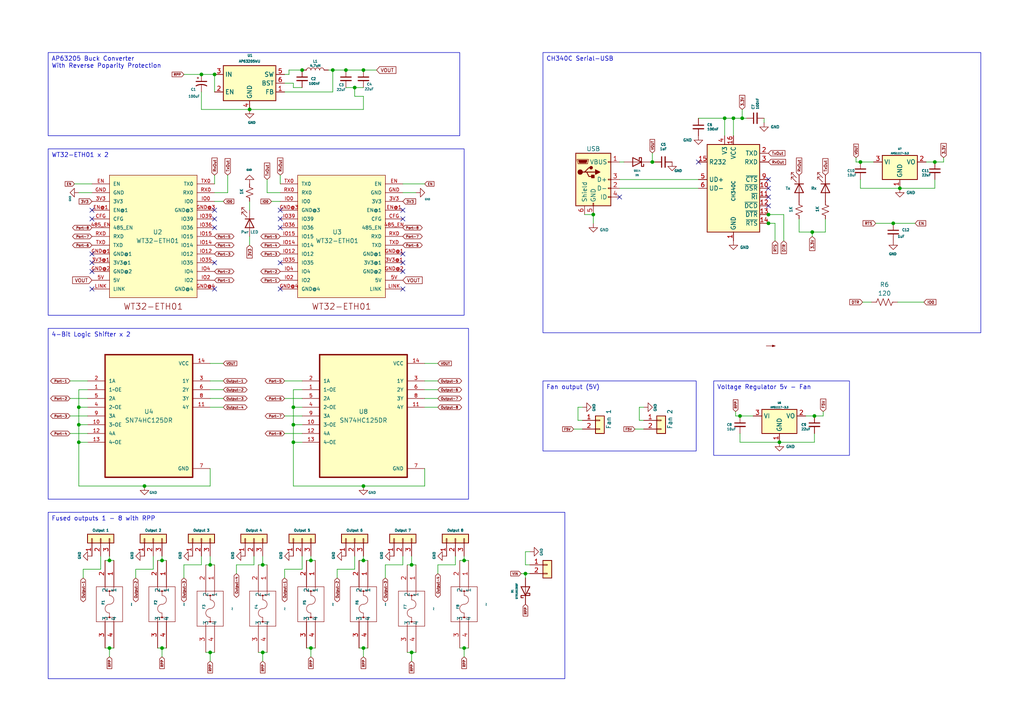
<source format=kicad_sch>
(kicad_sch (version 20230121) (generator eeschema)
  (paper "A4")
  (title_block (title "8-Output WT32-ETH01 Combination Board") (date "2023-10-20") (rev "1") (company "Creative xLights"))
  (lib_symbols
    (symbol "Connector:USB_B_Micro" (pin_names (offset 1.016))
      (property "Reference" "J" (at -5.08 11.43 0))
      (property "Value" "USB_B_Micro" (at -5.08 8.89 0))
      (symbol "USB_B_Micro_1_1"
        (pin power_out line (at 7.62 5.08 180) (length 2.54) (name "VBUS") (number "1"))
        (pin bidirectional line (at 7.62 -2.54 180) (length 2.54) (name "D-") (number "2"))
        (pin bidirectional line (at 7.62 0 180) (length 2.54) (name "D+") (number "3"))
        (pin passive line (at 7.62 -5.08 180) (length 2.54) (name "ID") (number "4"))
        (pin power_out line (at 0 -10.16 90) (length 2.54) (name "GND") (number "5"))
        (pin passive line (at -2.54 -10.16 90) (length 2.54) (name "Shield") (number "6"))
      )
    )
    (symbol "Connector_Generic:Conn_01x02" (pin_names (offset 1.016) hide)
      (property "Reference" "J" (at 0 2.54 0))
      (property "Value" "Conn_01x02" (at 0 -5.08 0))
      (symbol "Conn_01x02_1_1"
        (pin passive line (at -5.08 0 0) (length 3.81) (name "Pin_1") (number "1"))
        (pin passive line (at -5.08 -2.54 0) (length 3.81) (name "Pin_2") (number "2"))
      )
    )
    (symbol "Connector_Generic:Conn_01x03" (pin_names (offset 1.016) hide)
      (property "Reference" "J" (at 0 5.08 0))
      (property "Value" "Conn_01x03" (at 0 -5.08 0))
      (symbol "Conn_01x03_1_1"
        (pin passive line (at -5.08 2.54 0) (length 3.81) (name "Pin_1") (number "1"))
        (pin passive line (at -5.08 0 0) (length 3.81) (name "Pin_2") (number "2"))
        (pin passive line (at -5.08 -2.54 0) (length 3.81) (name "Pin_3") (number "3"))
      )
    )
    (symbol "Device:C_Polarized_Small_US" (pin_numbers hide) (pin_names (offset 0.254) hide)
      (property "Reference" "C" (at 0.254 1.778 0))
      (property "Value" "C_Polarized_Small_US" (at 0.254 -2.032 0))
      (symbol "C_Polarized_Small_US_1_1"
        (pin passive line (at 0 2.54 270) (length 2.032) (name "~") (number "1"))
        (pin passive line (at 0 -2.54 90) (length 2.032) (name "~") (number "2"))
      )
    )
    (symbol "Device:C_Small" (pin_numbers hide) (pin_names (offset 0.254) hide)
      (property "Reference" "C" (at 0.254 1.778 0))
      (property "Value" "C_Small" (at 0.254 -2.032 0))
      (symbol "C_Small_1_1"
        (pin passive line (at 0 2.54 270) (length 2.032) (name "~") (number "1"))
        (pin passive line (at 0 -2.54 90) (length 2.032) (name "~") (number "2"))
      )
    )
    (symbol "Device:L" (pin_numbers hide) (pin_names (offset 1.016) hide)
      (property "Reference" "L" (at -1.27 0 90))
      (property "Value" "L" (at 1.905 0 90))
      (symbol "L_1_1"
        (pin passive line (at 0 3.81 270) (length 1.27) (name "1") (number "1"))
        (pin passive line (at 0 -3.81 90) (length 1.27) (name "2") (number "2"))
      )
    )
    (symbol "Device:LED" (pin_numbers hide) (pin_names (offset 1.016) hide)
      (property "Reference" "D" (at 0 2.54 0))
      (property "Value" "LED" (at 0 -2.54 0))
      (symbol "LED_1_1"
        (pin passive line (at -3.81 0 0) (length 2.54) (name "K") (number "1"))
        (pin passive line (at 3.81 0 180) (length 2.54) (name "A") (number "2"))
      )
    )
    (symbol "Device:R_Small_US" (pin_numbers hide) (pin_names (offset 0.254) hide)
      (property "Reference" "R" (at 0.762 0.508 0))
      (property "Value" "R_Small_US" (at 0.762 -1.016 0))
      (symbol "R_Small_US_1_1"
        (pin passive line (at 0 2.54 270) (length 1.016) (name "~") (number "1"))
        (pin passive line (at 0 -2.54 90) (length 1.016) (name "~") (number "2"))
      )
    )
    (symbol "Device:R_US" (pin_numbers hide) (pin_names (offset 0))
      (property "Reference" "R" (at 2.54 0 90))
      (property "Value" "R_US" (at -2.54 0 90))
      (symbol "R_US_1_1"
        (pin passive line (at 0 3.81 270) (length 1.27) (name "~") (number "1"))
        (pin passive line (at 0 -3.81 90) (length 1.27) (name "~") (number "2"))
      )
    )
    (symbol "Diode:1N5711UR" (pin_numbers hide) (pin_names (offset 1.016) hide)
      (property "Reference" "D" (at 0 2.54 0))
      (property "Value" "1N5711UR" (at 0 -2.54 0))
      (symbol "1N5711UR_1_1"
        (pin passive line (at -3.81 0 0) (length 2.54) (name "K") (number "1"))
        (pin passive line (at 3.81 0 180) (length 2.54) (name "A") (number "2"))
      )
    )
    (symbol "Graphic:SYM_Arrow_Tiny" (in_bom no) (on_board no))
    (symbol "Interface_USB:CH340C"
      (property "Reference" "U" (at -5.08 13.97 0))
      (property "Value" "CH340C" (at 1.27 13.97 0))
      (symbol "CH340C_1_1"
        (pin power_in line (at 0 -15.24 90) (length 2.54) (name "GND") (number "1"))
        (pin input line (at 10.16 0 180) (length 2.54) (name "~{DSR}") (number "10"))
        (pin input line (at 10.16 -2.54 180) (length 2.54) (name "~{RI}") (number "11"))
        (pin input line (at 10.16 -5.08 180) (length 2.54) (name "~{DCD}") (number "12"))
        (pin output line (at 10.16 -7.62 180) (length 2.54) (name "~{DTR}") (number "13"))
        (pin output line (at 10.16 -10.16 180) (length 2.54) (name "~{RTS}") (number "14"))
        (pin input line (at -10.16 7.62 0) (length 2.54) (name "R232") (number "15"))
        (pin power_in line (at 0 15.24 270) (length 2.54) (name "VCC") (number "16"))
        (pin output line (at 10.16 10.16 180) (length 2.54) (name "TXD") (number "2"))
        (pin input line (at 10.16 7.62 180) (length 2.54) (name "RXD") (number "3"))
        (pin passive line (at -2.54 15.24 270) (length 2.54) (name "V3") (number "4"))
        (pin bidirectional line (at -10.16 2.54 0) (length 2.54) (name "UD+") (number "5"))
        (pin bidirectional line (at -10.16 0 0) (length 2.54) (name "UD-") (number "6"))
        (pin no_connect line (at -7.62 -7.62 0) (length 2.54) hide (name "NC") (number "7"))
        (pin no_connect line (at -7.62 -10.16 0) (length 2.54) hide (name "NC") (number "8"))
        (pin input line (at 10.16 2.54 180) (length 2.54) (name "~{CTS}") (number "9"))
      )
    )
    (symbol "Regulator_Linear:AMS1117-3.3"
      (property "Reference" "U" (at -3.81 3.175 0))
      (property "Value" "AMS1117-3.3" (at 0 3.175 0))
      (symbol "AMS1117-3.3_1_1"
        (pin power_in line (at 0 -7.62 90) (length 2.54) (name "GND") (number "1"))
        (pin power_out line (at 7.62 0 180) (length 2.54) (name "VO") (number "2"))
        (pin power_in line (at -7.62 0 0) (length 2.54) (name "VI") (number "3"))
      )
    )
    (symbol "Regulator_Switching:AP63205WU"
      (property "Reference" "U" (at -7.62 6.35 0))
      (property "Value" "AP63205WU" (at 2.54 6.35 0))
      (symbol "AP63205WU_1_1"
        (pin input line (at 10.16 -2.54 180) (length 2.54) (name "FB") (number "1"))
        (pin input line (at -10.16 -2.54 0) (length 2.54) (name "EN") (number "2"))
        (pin power_in line (at -10.16 2.54 0) (length 2.54) (name "IN") (number "3"))
        (pin power_in line (at 0 -7.62 90) (length 2.54) (name "GND") (number "4"))
        (pin output line (at 10.16 2.54 180) (length 2.54) (name "SW") (number "5"))
        (pin passive line (at 10.16 0 180) (length 2.54) (name "BST") (number "6"))
      )
    )
    (symbol "SN74HC125DR:SN74HC125DR" (pin_names (offset 1.016))
      (property "Reference" "U" (at -12.7 18.78 0))
      (property "Value" "SN74HC125DR" (at -12.7 -21.78 0))
      (symbol "SN74HC125DR_0_0"
        (pin input line (at -17.78 7.62 0) (length 5.08) (name "1~OE") (number "1"))
        (pin input line (at -17.78 -2.54 0) (length 5.08) (name "3~OE") (number "10"))
        (pin output line (at 17.78 2.54 180) (length 5.08) (name "4Y") (number "11"))
        (pin input line (at -17.78 -5.08 0) (length 5.08) (name "4A") (number "12"))
        (pin input line (at -17.78 -7.62 0) (length 5.08) (name "4~OE") (number "13"))
        (pin power_in line (at 17.78 15.24 180) (length 5.08) (name "VCC") (number "14"))
        (pin input line (at -17.78 10.16 0) (length 5.08) (name "1A") (number "2"))
        (pin output line (at 17.78 10.16 180) (length 5.08) (name "1Y") (number "3"))
        (pin input line (at -17.78 2.54 0) (length 5.08) (name "2~OE") (number "4"))
        (pin input line (at -17.78 5.08 0) (length 5.08) (name "2A") (number "5"))
        (pin output line (at 17.78 7.62 180) (length 5.08) (name "2Y") (number "6"))
        (pin power_in line (at 17.78 -15.24 180) (length 5.08) (name "GND") (number "7"))
        (pin output line (at 17.78 5.08 180) (length 5.08) (name "3Y") (number "8"))
        (pin input line (at -17.78 0 0) (length 5.08) (name "3A") (number "9"))
      )
    )
    (symbol "WT32-ETH-Fuse-Symb:MCCQ-122" (pin_names (offset 0.254))
      (property "Reference" "F" (at 12.7 7.62 0))
      (property "Value" "MCCQ-122" (at 12.7 5.08 0))
      (symbol "MCCQ-122_0_1"
        (pin unspecified line (at 0 0 0) (length 7.62) (name "1") (number "1"))
        (pin unspecified line (at 0 -2.54 0) (length 7.62) (name "2") (number "2"))
        (pin unspecified line (at 25.4 -2.54 180) (length 7.62) (name "3") (number "3"))
        (pin unspecified line (at 25.4 0 180) (length 7.62) (name "4") (number "4"))
      )
    )
    (symbol "WT32-ETH01:WT32-ETH01" (pin_names (offset 1.016))
      (property "Reference" "U" (at 0 0 0))
      (property "Value" "WT32-ETH01" (at 0 0 0))
      (symbol "WT32-ETH01_0_0"
        (text "WT32-ETH01" (at 0 -20.32 0) (effects (font (size 1.778 1.778))))
        (pin bidirectional line (at -17.78 10.16 0) (length 5.08) (name "3V3") (number "3V3"))
        (pin bidirectional line (at -17.78 -7.62 0) (length 5.08) (name "3V3@1") (number "3V3@1"))
        (pin bidirectional line (at -17.78 2.54 0) (length 5.08) (name "485_EN") (number "485_EN"))
        (pin bidirectional line (at -17.78 -12.7 0) (length 5.08) (name "5V") (number "5V"))
        (pin bidirectional line (at -17.78 5.08 0) (length 5.08) (name "CFG") (number "CFG"))
        (pin bidirectional line (at -17.78 15.24 0) (length 5.08) (name "EN") (number "EN"))
        (pin bidirectional line (at -17.78 7.62 0) (length 5.08) (name "EN@1") (number "EN@1"))
        (pin bidirectional line (at -17.78 12.7 0) (length 5.08) (name "GND") (number "GND"))
        (pin bidirectional line (at -17.78 -5.08 0) (length 5.08) (name "GND@1") (number "GND@1"))
        (pin bidirectional line (at -17.78 -10.16 0) (length 5.08) (name "GND@2") (number "GND@2"))
        (pin bidirectional line (at 17.78 7.62 180) (length 5.08) (name "GND@3") (number "GND@3"))
        (pin bidirectional line (at 17.78 -15.24 180) (length 5.08) (name "GND@4") (number "GND@4"))
        (pin bidirectional line (at 17.78 10.16 180) (length 5.08) (name "IO0") (number "IO0"))
        (pin bidirectional line (at 17.78 -5.08 180) (length 5.08) (name "IO12") (number "IO12"))
        (pin bidirectional line (at 17.78 -2.54 180) (length 5.08) (name "IO14") (number "IO14"))
        (pin bidirectional line (at 17.78 0 180) (length 5.08) (name "IO15") (number "IO15"))
        (pin bidirectional line (at 17.78 -12.7 180) (length 5.08) (name "IO2") (number "IO2"))
        (pin bidirectional line (at 17.78 -7.62 180) (length 5.08) (name "IO35") (number "IO35"))
        (pin bidirectional line (at 17.78 2.54 180) (length 5.08) (name "IO36") (number "IO36"))
        (pin bidirectional line (at 17.78 5.08 180) (length 5.08) (name "IO39") (number "IO39"))
        (pin bidirectional line (at 17.78 -10.16 180) (length 5.08) (name "IO4") (number "IO4"))
        (pin bidirectional line (at -17.78 -15.24 0) (length 5.08) (name "LINK") (number "LINK"))
        (pin bidirectional line (at 17.78 12.7 180) (length 5.08) (name "RX0") (number "RX0"))
        (pin bidirectional line (at -17.78 0 0) (length 5.08) (name "RXD") (number "RXD"))
        (pin bidirectional line (at 17.78 15.24 180) (length 5.08) (name "TX0") (number "TX0"))
        (pin bidirectional line (at -17.78 -2.54 0) (length 5.08) (name "TXD") (number "TXD"))
      )
    )
    (symbol "power:GND" (power) (pin_names (offset 0))
      (property "Value" "GND" (at 0 -3.81 0))
      (symbol "GND_1_1"
        (pin power_in line (at 0 0 270) (length 0) hide (name "GND") (number "1"))
      )
    )
  )
  (junction (at 60.96 163.83))
  (junction (at 235.585 67.31))
  (junction (at 31.75 187.96))
  (junction (at 259.08 64.77))
  (junction (at 60.96 189.23))
  (junction (at 22.86 123.19))
  (junction (at 210.185 34.29))
  (junction (at 105.41 162.56))
  (junction (at 222.885 64.77))
  (junction (at 22.86 118.11))
  (junction (at 90.17 187.96))
  (junction (at 105.41 20.32))
  (junction (at 152.4 166.37))
  (junction (at 31.75 162.56))
  (junction (at 96.52 20.32))
  (junction (at 72.39 31.75))
  (junction (at 76.2 163.83))
  (junction (at 189.2035 46.99))
  (junction (at 236.22 120.65))
  (junction (at 46.99 162.56))
  (junction (at 62.23 21.59))
  (junction (at 85.09 128.27))
  (junction (at 249.555 46.99))
  (junction (at 46.99 187.96))
  (junction (at 172.085 62.23))
  (junction (at 85.09 118.11))
  (junction (at 105.41 187.96))
  (junction (at 85.09 123.19))
  (junction (at 41.91 140.97))
  (junction (at 58.42 21.59))
  (junction (at 134.62 187.96))
  (junction (at 90.17 162.56))
  (junction (at 212.725 34.29))
  (junction (at 222.885 62.23))
  (junction (at 87.63 20.32))
  (junction (at 76.2 189.23))
  (junction (at 226.06 128.27))
  (junction (at 215.265 34.29))
  (junction (at 102.87 25.4))
  (junction (at 260.985 54.61))
  (junction (at 105.41 140.97))
  (junction (at 119.38 163.83))
  (junction (at 22.86 128.27))
  (junction (at 119.38 189.23))
  (junction (at 100.33 20.32))
  (junction (at 214.63 120.65))
  (junction (at 134.62 162.56))
  (junction (at 271.145 46.99))
  (no_connect (at 26.67 63.5))
  (no_connect (at 116.84 76.2))
  (no_connect (at 116.84 78.74))
  (no_connect (at 26.67 73.66))
  (no_connect (at 62.23 66.04))
  (no_connect (at 62.23 76.2))
  (no_connect (at 116.84 63.5))
  (no_connect (at 179.705 57.15))
  (no_connect (at 26.67 76.2))
  (no_connect (at 202.565 46.99))
  (no_connect (at 81.28 63.5))
  (no_connect (at 222.885 57.15))
  (no_connect (at 62.23 83.82))
  (no_connect (at 62.23 63.5))
  (no_connect (at 26.67 60.96))
  (no_connect (at 116.84 73.66))
  (no_connect (at 81.28 60.96))
  (no_connect (at 222.885 54.61))
  (no_connect (at 81.28 76.2))
  (no_connect (at 116.84 83.82))
  (no_connect (at 26.67 83.82))
  (no_connect (at 222.885 52.07))
  (no_connect (at 116.84 60.96))
  (no_connect (at 62.23 60.96))
  (no_connect (at 81.28 83.82))
  (no_connect (at 26.67 78.74))
  (no_connect (at 81.28 66.04))
  (no_connect (at 222.885 59.69))
  (wire (pts (xy 77.47 52.07) (xy 77.47 55.88)))
  (wire (pts (xy 82.55 24.13) (xy 85.09 24.13)))
  (wire (pts (xy 123.19 113.03) (xy 127 113.03)))
  (wire (pts (xy 85.09 24.13) (xy 85.09 25.4)))
  (wire (pts (xy 104.14 162.56) (xy 105.41 162.56)))
  (wire (pts (xy 45.72 187.96) (xy 46.99 187.96)))
  (wire (pts (xy 87.63 161.29) (xy 87.63 165.1)))
  (wire (pts (xy 39.37 165.1) (xy 39.37 167.64)))
  (wire (pts (xy 72.39 68.58) (xy 72.39 71.12)))
  (wire (pts (xy 85.09 118.11) (xy 85.09 123.19)))
  (wire (pts (xy 82.55 165.1) (xy 82.55 167.64)))
  (wire (pts (xy 90.17 187.96) (xy 90.17 190.5)))
  (wire (pts (xy 104.14 187.96) (xy 105.41 187.96)))
  (wire (pts (xy 179.705 46.99) (xy 180.975 46.99)))
  (wire (pts (xy 90.17 161.29) (xy 90.17 162.56)))
  (wire (pts (xy 22.86 123.19) (xy 25.4 123.19)))
  (wire (pts (xy 222.885 62.23) (xy 227.33 62.23)))
  (wire (pts (xy 134.62 162.56) (xy 135.89 162.56)))
  (wire (pts (xy 172.085 62.23) (xy 169.545 62.23)))
  (wire (pts (xy 123.19 105.41) (xy 127 105.41)))
  (wire (pts (xy 76.2 189.23) (xy 76.2 191.77)))
  (wire (pts (xy 60.96 110.49) (xy 64.77 110.49)))
  (wire (pts (xy 260.35 87.63) (xy 267.97 87.63)))
  (wire (pts (xy 221.615 34.29) (xy 221.615 35.56)))
  (wire (pts (xy 134.62 187.96) (xy 135.89 187.96)))
  (wire (pts (xy 105.41 187.96) (xy 105.41 190.5)))
  (wire (pts (xy 102.87 25.4) (xy 105.41 25.4)))
  (wire (pts (xy 166.37 124.46) (xy 168.91 124.46)))
  (wire (pts (xy 87.63 165.1) (xy 82.55 165.1)))
  (wire (pts (xy 85.09 123.19) (xy 87.63 123.19)))
  (wire (pts (xy 46.99 187.96) (xy 46.99 190.5)))
  (wire (pts (xy 233.68 120.65) (xy 236.22 120.65)))
  (wire (pts (xy 60.96 135.89) (xy 60.96 140.97)))
  (wire (pts (xy 226.06 128.27) (xy 236.22 128.27)))
  (wire (pts (xy 102.87 165.1) (xy 97.79 165.1)))
  (wire (pts (xy 62.23 55.88) (xy 66.04 55.88)))
  (wire (pts (xy 53.34 163.83) (xy 53.34 167.64)))
  (wire (pts (xy 105.41 20.32) (xy 109.22 20.32)))
  (wire (pts (xy 185.42 121.92) (xy 185.42 118.11)))
  (wire (pts (xy 210.185 34.29) (xy 210.185 39.37)))
  (wire (pts (xy 185.42 121.92) (xy 186.69 121.92)))
  (wire (pts (xy 167.64 118.11) (xy 168.91 118.11)))
  (wire (pts (xy 179.705 52.07) (xy 202.565 52.07)))
  (wire (pts (xy 118.11 189.23) (xy 119.38 189.23)))
  (wire (pts (xy 123.19 135.89) (xy 123.19 140.97)))
  (wire (pts (xy 185.42 118.11) (xy 186.69 118.11)))
  (wire (pts (xy 26.67 55.88) (xy 22.86 55.88)))
  (wire (pts (xy 105.41 162.56) (xy 106.68 162.56)))
  (wire (pts (xy 215.265 34.29) (xy 216.535 34.29)))
  (wire (pts (xy 82.55 115.57) (xy 87.63 115.57)))
  (wire (pts (xy 66.04 50.8) (xy 66.04 55.88)))
  (wire (pts (xy 96.52 20.32) (xy 100.33 20.32)))
  (wire (pts (xy 235.585 67.31) (xy 235.585 68.58)))
  (wire (pts (xy 105.41 161.29) (xy 105.41 162.56)))
  (wire (pts (xy 249.555 46.99) (xy 253.365 46.99)))
  (wire (pts (xy 82.55 125.73) (xy 87.63 125.73)))
  (wire (pts (xy 60.96 118.11) (xy 64.77 118.11)))
  (wire (pts (xy 53.34 21.59) (xy 58.42 21.59)))
  (wire (pts (xy 212.725 39.37) (xy 212.725 34.29)))
  (wire (pts (xy 105.41 140.97) (xy 123.19 140.97)))
  (wire (pts (xy 72.39 31.75) (xy 105.41 31.75)))
  (wire (pts (xy 167.64 121.92) (xy 167.64 118.11)))
  (wire (pts (xy 214.63 128.27) (xy 226.06 128.27)))
  (wire (pts (xy 102.87 161.29) (xy 102.87 165.1)))
  (wire (pts (xy 271.145 46.99) (xy 273.685 46.99)))
  (wire (pts (xy 58.42 26.67) (xy 58.42 31.75)))
  (wire (pts (xy 213.36 119.38) (xy 213.36 120.65)))
  (wire (pts (xy 72.39 58.42) (xy 72.39 60.96)))
  (wire (pts (xy 22.86 128.27) (xy 25.4 128.27)))
  (wire (pts (xy 60.96 189.23) (xy 60.96 191.77)))
  (wire (pts (xy 224.79 64.77) (xy 224.79 69.85)))
  (wire (pts (xy 85.09 128.27) (xy 87.63 128.27)))
  (wire (pts (xy 214.63 120.65) (xy 218.44 120.65)))
  (wire (pts (xy 81.28 50.8) (xy 81.28 53.34)))
  (wire (pts (xy 60.96 105.41) (xy 64.77 105.41)))
  (wire (pts (xy 123.19 115.57) (xy 127 115.57)))
  (wire (pts (xy 22.86 113.03) (xy 22.86 118.11)))
  (wire (pts (xy 227.33 62.23) (xy 227.33 69.85)))
  (wire (pts (xy 133.35 187.96) (xy 134.62 187.96)))
  (wire (pts (xy 260.985 54.61) (xy 271.145 54.61)))
  (wire (pts (xy 119.38 189.23) (xy 119.38 191.77)))
  (wire (pts (xy 152.4 163.83) (xy 153.67 163.83)))
  (wire (pts (xy 85.09 118.11) (xy 87.63 118.11)))
  (wire (pts (xy 74.93 163.83) (xy 76.2 163.83)))
  (wire (pts (xy 127 163.83) (xy 127 166.37)))
  (wire (pts (xy 46.99 162.56) (xy 48.26 162.56)))
  (wire (pts (xy 116.84 55.88) (xy 120.65 55.88)))
  (wire (pts (xy 20.32 110.49) (xy 25.4 110.49)))
  (wire (pts (xy 90.17 187.96) (xy 91.44 187.96)))
  (wire (pts (xy 116.84 53.34) (xy 123.19 53.34)))
  (wire (pts (xy 231.775 63.5) (xy 231.775 67.31)))
  (wire (pts (xy 100.33 25.4) (xy 102.87 25.4)))
  (wire (pts (xy 132.08 161.29) (xy 132.08 163.83)))
  (wire (pts (xy 151.13 166.37) (xy 152.4 166.37)))
  (wire (pts (xy 83.82 21.59) (xy 83.82 20.32)))
  (wire (pts (xy 58.42 163.83) (xy 53.34 163.83)))
  (wire (pts (xy 20.32 120.65) (xy 25.4 120.65)))
  (wire (pts (xy 24.13 165.1) (xy 24.13 167.64)))
  (wire (pts (xy 85.09 113.03) (xy 85.09 118.11)))
  (wire (pts (xy 90.17 162.56) (xy 91.44 162.56)))
  (wire (pts (xy 189.2035 46.99) (xy 189.865 46.99)))
  (wire (pts (xy 152.4 167.64) (xy 152.4 166.37)))
  (wire (pts (xy 102.87 27.94) (xy 105.41 27.94)))
  (wire (pts (xy 76.2 161.29) (xy 76.2 163.83)))
  (wire (pts (xy 30.48 162.56) (xy 31.75 162.56)))
  (wire (pts (xy 82.55 26.67) (xy 96.52 26.67)))
  (wire (pts (xy 82.55 120.65) (xy 87.63 120.65)))
  (wire (pts (xy 87.63 113.03) (xy 85.09 113.03)))
  (wire (pts (xy 152.4 163.83) (xy 152.4 160.02)))
  (wire (pts (xy 119.38 163.83) (xy 120.65 163.83)))
  (wire (pts (xy 68.58 163.83) (xy 68.58 166.37)))
  (wire (pts (xy 105.41 31.75) (xy 105.41 27.94)))
  (wire (pts (xy 85.09 128.27) (xy 85.09 140.97)))
  (wire (pts (xy 235.585 67.31) (xy 239.395 67.31)))
  (wire (pts (xy 82.55 21.59) (xy 83.82 21.59)))
  (wire (pts (xy 271.145 54.61) (xy 271.145 52.07)))
  (wire (pts (xy 95.25 20.32) (xy 96.52 20.32)))
  (wire (pts (xy 123.19 118.11) (xy 127 118.11)))
  (wire (pts (xy 74.93 189.23) (xy 76.2 189.23)))
  (wire (pts (xy 60.96 163.83) (xy 62.23 163.83)))
  (wire (pts (xy 76.2 163.83) (xy 77.47 163.83)))
  (wire (pts (xy 152.4 166.37) (xy 153.67 166.37)))
  (wire (pts (xy 236.22 128.27) (xy 236.22 125.73)))
  (wire (pts (xy 100.33 20.32) (xy 105.41 20.32)))
  (wire (pts (xy 188.595 46.99) (xy 189.2035 46.99)))
  (wire (pts (xy 58.42 21.59) (xy 62.23 21.59)))
  (wire (pts (xy 231.775 67.31) (xy 235.585 67.31)))
  (wire (pts (xy 239.395 67.31) (xy 239.395 63.5)))
  (wire (pts (xy 212.725 34.29) (xy 215.265 34.29)))
  (wire (pts (xy 236.22 120.65) (xy 238.76 120.65)))
  (wire (pts (xy 97.79 165.1) (xy 97.79 167.64)))
  (wire (pts (xy 111.76 163.83) (xy 111.76 167.64)))
  (wire (pts (xy 132.08 163.83) (xy 127 163.83)))
  (wire (pts (xy 31.75 187.96) (xy 33.02 187.96)))
  (wire (pts (xy 82.55 110.49) (xy 87.63 110.49)))
  (wire (pts (xy 44.45 165.1) (xy 39.37 165.1)))
  (wire (pts (xy 29.21 161.29) (xy 29.21 165.1)))
  (wire (pts (xy 59.69 189.23) (xy 60.96 189.23)))
  (wire (pts (xy 62.23 58.42) (xy 64.77 58.42)))
  (wire (pts (xy 222.25 64.77) (xy 222.885 64.77)))
  (wire (pts (xy 249.555 52.07) (xy 249.555 54.61)))
  (wire (pts (xy 268.605 46.99) (xy 271.145 46.99)))
  (wire (pts (xy 167.64 121.92) (xy 168.91 121.92)))
  (wire (pts (xy 85.09 25.4) (xy 87.63 25.4)))
  (wire (pts (xy 31.75 162.56) (xy 33.02 162.56)))
  (wire (pts (xy 215.265 31.75) (xy 215.265 34.29)))
  (wire (pts (xy 213.36 120.65) (xy 214.63 120.65)))
  (wire (pts (xy 62.23 50.8) (xy 62.23 53.34)))
  (wire (pts (xy 214.63 125.73) (xy 214.63 128.27)))
  (wire (pts (xy 76.2 189.23) (xy 77.47 189.23)))
  (wire (pts (xy 273.685 45.72) (xy 273.685 46.99)))
  (wire (pts (xy 20.32 125.73) (xy 25.4 125.73)))
  (wire (pts (xy 45.72 162.56) (xy 46.99 162.56)))
  (wire (pts (xy 78.74 58.42) (xy 81.28 58.42)))
  (wire (pts (xy 46.99 161.29) (xy 46.99 162.56)))
  (wire (pts (xy 60.96 161.29) (xy 60.96 163.83)))
  (wire (pts (xy 85.09 140.97) (xy 105.41 140.97)))
  (wire (pts (xy 119.38 161.29) (xy 119.38 163.83)))
  (wire (pts (xy 60.96 113.03) (xy 64.77 113.03)))
  (wire (pts (xy 58.42 161.29) (xy 58.42 163.83)))
  (wire (pts (xy 41.91 140.97) (xy 22.86 140.97)))
  (wire (pts (xy 88.9 187.96) (xy 90.17 187.96)))
  (wire (pts (xy 254 64.77) (xy 259.08 64.77)))
  (wire (pts (xy 222.885 64.77) (xy 224.79 64.77)))
  (wire (pts (xy 152.4 160.02) (xy 153.67 160.02)))
  (wire (pts (xy 21.59 53.34) (xy 26.67 53.34)))
  (wire (pts (xy 59.69 163.83) (xy 60.96 163.83)))
  (wire (pts (xy 58.42 31.75) (xy 72.39 31.75)))
  (wire (pts (xy 179.705 54.61) (xy 202.565 54.61)))
  (wire (pts (xy 259.08 64.77) (xy 265.43 64.77)))
  (wire (pts (xy 81.28 55.88) (xy 77.47 55.88)))
  (wire (pts (xy 248.285 46.99) (xy 249.555 46.99)))
  (wire (pts (xy 249.555 54.61) (xy 260.985 54.61)))
  (wire (pts (xy 44.45 161.29) (xy 44.45 165.1)))
  (wire (pts (xy 22.86 128.27) (xy 22.86 140.97)))
  (wire (pts (xy 105.41 187.96) (xy 106.68 187.96)))
  (wire (pts (xy 46.99 187.96) (xy 48.26 187.96)))
  (wire (pts (xy 118.11 163.83) (xy 119.38 163.83)))
  (wire (pts (xy 119.38 189.23) (xy 120.65 189.23)))
  (wire (pts (xy 250.19 87.63) (xy 252.73 87.63)))
  (wire (pts (xy 202.565 34.29) (xy 210.185 34.29)))
  (wire (pts (xy 62.23 21.59) (xy 62.23 26.67)))
  (wire (pts (xy 25.4 113.03) (xy 22.86 113.03)))
  (wire (pts (xy 116.84 163.83) (xy 111.76 163.83)))
  (wire (pts (xy 83.82 20.32) (xy 87.63 20.32)))
  (wire (pts (xy 22.86 123.19) (xy 22.86 128.27)))
  (wire (pts (xy 96.52 26.67) (xy 96.52 20.32)))
  (wire (pts (xy 29.21 165.1) (xy 24.13 165.1)))
  (wire (pts (xy 123.19 110.49) (xy 127 110.49)))
  (wire (pts (xy 22.86 118.11) (xy 25.4 118.11)))
  (wire (pts (xy 189.2035 44.3664) (xy 189.2035 46.99)))
  (wire (pts (xy 134.62 187.96) (xy 134.62 190.5)))
  (wire (pts (xy 31.75 161.29) (xy 31.75 162.56)))
  (wire (pts (xy 210.185 34.29) (xy 212.725 34.29)))
  (wire (pts (xy 88.9 162.56) (xy 90.17 162.56)))
  (wire (pts (xy 22.86 118.11) (xy 22.86 123.19)))
  (wire (pts (xy 31.75 187.96) (xy 31.75 190.5)))
  (wire (pts (xy 85.09 123.19) (xy 85.09 128.27)))
  (wire (pts (xy 134.62 161.29) (xy 134.62 162.56)))
  (wire (pts (xy 116.84 161.29) (xy 116.84 163.83)))
  (wire (pts (xy 73.66 161.29) (xy 73.66 163.83)))
  (wire (pts (xy 133.35 162.56) (xy 134.62 162.56)))
  (wire (pts (xy 60.96 189.23) (xy 62.23 189.23)))
  (wire (pts (xy 60.96 115.57) (xy 64.77 115.57)))
  (wire (pts (xy 238.76 119.38) (xy 238.76 120.65)))
  (wire (pts (xy 102.87 27.94) (xy 102.87 25.4)))
  (wire (pts (xy 73.66 163.83) (xy 68.58 163.83)))
  (wire (pts (xy 60.96 140.97) (xy 41.91 140.97)))
  (wire (pts (xy 248.285 45.72) (xy 248.285 46.99)))
  (wire (pts (xy 20.32 115.57) (xy 25.4 115.57)))
  (wire (pts (xy 184.15 124.46) (xy 186.69 124.46)))
  (wire (pts (xy 30.48 187.96) (xy 31.75 187.96)))
  (wire (pts (xy 222.25 62.23) (xy 222.885 62.23)))
  (wire (pts (xy 172.085 64.77) (xy 172.085 62.23)))
  (text_box "AP63205 Buck Converter\nWith Reverse Poparity Protection" (at 13.97 15.24 0) (size 119.38 24.13) (effects (font (size 1.27 1.27)) (justify left top)))
  (text_box "4-Bit Logic Shifter x 2" (at 13.97 95.25 0) (size 121.92 49.53) (effects (font (size 1.27 1.27)) (justify left top)))
  (text_box "Voltage Regulator 5v - Fan" (at 207.01 110.49 0) (size 39.37 21.59) (effects (font (size 1.27 1.27)) (justify left top)))
  (text_box "CH340C Serial-USB" (at 157.48 15.24 0) (size 127 81.28) (effects (font (size 1.27 1.27)) (justify left top)))
  (text_box "WT32-ETH01 x 2" (at 13.97 43.18 0) (size 120.65 48.26) (effects (font (size 1.27 1.27)) (justify left top)))
  (text_box "Fused outputs 1 - 8 with RPP" (at 13.97 148.59 0) (size 149.86 48.26) (effects (font (size 1.27 1.27)) (justify left top)))
  (text_box "Fan output (5V)" (at 157.48 110.49 0) (size 44.45 20.32) (effects (font (size 1.27 1.27)) (justify left top)))
  (global_label "RTS" (shape input) (at 224.79 69.85 270) (effects (font (size 0.8 0.8))) (property "Intersheetrefs" "${INTERSHEET_REFS}" (effects hide)))
  (global_label "Port-8" (shape bidirectional) (at 26.67 66.04 180) (effects (font (size 0.7 0.7))) (property "Intersheetrefs" "${INTERSHEET_REFS}" (effects hide)))
  (global_label "Port-5" (shape bidirectional) (at 62.23 68.58 0) (effects (font (size 0.7 0.7))) (property "Intersheetrefs" "${INTERSHEET_REFS}" (effects hide)))
  (global_label "3V3" (shape input) (at 26.67 58.42 180) (effects (font (size 0.8 0.8))) (property "Intersheetrefs" "${INTERSHEET_REFS}" (effects hide)))
  (global_label "Port-5" (shape bidirectional) (at 81.28 68.58 180) (effects (font (size 0.7 0.7))) (property "Intersheetrefs" "${INTERSHEET_REFS}" (effects hide)))
  (global_label "Port-7" (shape bidirectional) (at 26.67 68.58 180) (effects (font (size 0.7 0.7))) (property "Intersheetrefs" "${INTERSHEET_REFS}" (effects hide)))
  (global_label "Port-6" (shape bidirectional) (at 116.84 71.12 0) (effects (font (size 0.7 0.7))) (property "Intersheetrefs" "${INTERSHEET_REFS}" (effects hide)))
  (global_label "Port-3" (shape bidirectional) (at 20.32 120.65 180) (effects (font (size 0.7 0.7))) (property "Intersheetrefs" "${INTERSHEET_REFS}" (effects hide)))
  (global_label "Port-3" (shape bidirectional) (at 62.23 73.66 0) (effects (font (size 0.7 0.7))) (property "Intersheetrefs" "${INTERSHEET_REFS}" (effects hide)))
  (global_label "Port-6" (shape bidirectional) (at 26.67 71.12 180) (effects (font (size 0.7 0.7))) (property "Intersheetrefs" "${INTERSHEET_REFS}" (effects hide)))
  (global_label "Port-4" (shape bidirectional) (at 20.32 125.73 180) (effects (font (size 0.7 0.7))) (property "Intersheetrefs" "${INTERSHEET_REFS}" (effects hide)))
  (global_label "VOUT" (shape input) (at 116.84 81.28 0) (effects (font (size 1 1))) (property "Intersheetrefs" "${INTERSHEET_REFS}" (effects hide)))
  (global_label "TxOut" (shape input) (at 222.885 44.45 0) (effects (font (size 0.8 0.8))) (property "Intersheetrefs" "${INTERSHEET_REFS}" (effects hide)))
  (global_label "Output-7" (shape bidirectional) (at 127 115.57 0) (effects (font (size 0.7 0.7))) (property "Intersheetrefs" "${INTERSHEET_REFS}" (effects hide)))
  (global_label "F5V" (shape input) (at 238.76 119.38 90) (effects (font (size 0.8 0.8))) (property "Intersheetrefs" "${INTERSHEET_REFS}" (effects hide)))
  (global_label "DTR" (shape input) (at 227.33 69.85 270) (effects (font (size 0.8 0.8))) (property "Intersheetrefs" "${INTERSHEET_REFS}" (effects hide)))
  (global_label "RPP" (shape input) (at 53.34 21.59 180) (effects (font (size 0.7 0.7))) (property "Intersheetrefs" "${INTERSHEET_REFS}" (effects hide)))
  (global_label "Output-5" (shape bidirectional) (at 127 110.49 0) (effects (font (size 0.7 0.7))) (property "Intersheetrefs" "${INTERSHEET_REFS}" (effects hide)))
  (global_label "EN" (shape input) (at 21.59 53.34 180) (effects (font (size 0.7 0.7))) (property "Intersheetrefs" "${INTERSHEET_REFS}" (effects hide)))
  (global_label "Port-2" (shape bidirectional) (at 62.23 78.74 0) (effects (font (size 0.7 0.7))) (property "Intersheetrefs" "${INTERSHEET_REFS}" (effects hide)))
  (global_label "Port-2" (shape bidirectional) (at 20.32 115.57 180) (effects (font (size 0.7 0.7))) (property "Intersheetrefs" "${INTERSHEET_REFS}" (effects hide)))
  (global_label "Output-4" (shape bidirectional) (at 127 166.37 270) (effects (font (size 0.7 0.7))) (property "Intersheetrefs" "${INTERSHEET_REFS}" (effects hide)))
  (global_label "TxOut" (shape input) (at 77.47 52.07 90) (effects (font (size 0.8 0.8))) (property "Intersheetrefs" "${INTERSHEET_REFS}" (effects hide)))
  (global_label "3V3" (shape input) (at 116.84 58.42 0) (effects (font (size 0.8 0.8))) (property "Intersheetrefs" "${INTERSHEET_REFS}" (effects hide)))
  (global_label "Output-1" (shape bidirectional) (at 82.55 167.64 270) (effects (font (size 0.7 0.7))) (property "Intersheetrefs" "${INTERSHEET_REFS}" (effects hide)))
  (global_label "Output-2" (shape bidirectional) (at 39.37 167.64 270) (effects (font (size 0.7 0.7))) (property "Intersheetrefs" "${INTERSHEET_REFS}" (effects hide)))
  (global_label "VOUT" (shape input) (at 26.67 81.28 180) (effects (font (size 1 1))) (property "Intersheetrefs" "${INTERSHEET_REFS}" (effects hide)))
  (global_label "IO0" (shape input) (at 78.74 58.42 180) (effects (font (size 0.7 0.7))) (property "Intersheetrefs" "${INTERSHEET_REFS}" (effects hide)))
  (global_label "RTS" (shape input) (at 254 64.77 180) (effects (font (size 0.8 0.8))) (property "Intersheetrefs" "${INTERSHEET_REFS}" (effects hide)))
  (global_label "RPP" (shape input) (at 105.41 190.5 270) (effects (font (size 0.7 0.7))) (property "Intersheetrefs" "${INTERSHEET_REFS}" (effects hide)))
  (global_label "Output-3" (shape bidirectional) (at 111.76 167.64 270) (effects (font (size 0.7 0.7))) (property "Intersheetrefs" "${INTERSHEET_REFS}" (effects hide)))
  (global_label "3V3" (shape input) (at 72.39 71.12 270) (effects (font (size 0.8 0.8))) (property "Intersheetrefs" "${INTERSHEET_REFS}" (effects hide)))
  (global_label "VOUT" (shape input) (at 248.285 45.72 90) (effects (font (size 0.7 0.7))) (property "Intersheetrefs" "${INTERSHEET_REFS}" (effects hide)))
  (global_label "Output-6" (shape bidirectional) (at 127 113.03 0) (effects (font (size 0.7 0.7))) (property "Intersheetrefs" "${INTERSHEET_REFS}" (effects hide)))
  (global_label "Port-7" (shape bidirectional) (at 116.84 68.58 0) (effects (font (size 0.7 0.7))) (property "Intersheetrefs" "${INTERSHEET_REFS}" (effects hide)))
  (global_label "IO0" (shape input) (at 267.97 87.63 0) (effects (font (size 0.8 0.8))) (property "Intersheetrefs" "${INTERSHEET_REFS}" (effects hide)))
  (global_label "RPP" (shape input) (at 31.75 190.5 270) (effects (font (size 0.7 0.7))) (property "Intersheetrefs" "${INTERSHEET_REFS}" (effects hide)))
  (global_label "Output-3" (shape bidirectional) (at 53.34 167.64 270) (effects (font (size 0.7 0.7))) (property "Intersheetrefs" "${INTERSHEET_REFS}" (effects hide)))
  (global_label "Port-7" (shape bidirectional) (at 82.55 120.65 180) (effects (font (size 0.7 0.7))) (property "Intersheetrefs" "${INTERSHEET_REFS}" (effects hide)))
  (global_label "VOUT" (shape input) (at 189.2035 44.3664 90) (effects (font (size 0.7 0.7))) (property "Intersheetrefs" "${INTERSHEET_REFS}" (effects hide)))
  (global_label "RPP" (shape input) (at 60.96 191.77 270) (effects (font (size 0.7 0.7))) (property "Intersheetrefs" "${INTERSHEET_REFS}" (effects hide)))
  (global_label "TxOut" (shape input) (at 239.395 50.8 90) (effects (font (size 0.8 0.8))) (property "Intersheetrefs" "${INTERSHEET_REFS}" (effects hide)))
  (global_label "Port-4" (shape bidirectional) (at 81.28 71.12 180) (effects (font (size 0.7 0.7))) (property "Intersheetrefs" "${INTERSHEET_REFS}" (effects hide)))
  (global_label "RPP" (shape input) (at 119.38 191.77 270) (effects (font (size 0.7 0.7))) (property "Intersheetrefs" "${INTERSHEET_REFS}" (effects hide)))
  (global_label "VIN" (shape input) (at 151.13 166.37 180) (effects (font (size 0.7 0.7))) (property "Intersheetrefs" "${INTERSHEET_REFS}" (effects hide)))
  (global_label "RxOut" (shape input) (at 231.775 50.8 90) (effects (font (size 0.8 0.8))) (property "Intersheetrefs" "${INTERSHEET_REFS}" (effects hide)))
  (global_label "TxOut" (shape input) (at 66.04 50.8 90) (effects (font (size 0.8 0.8))) (property "Intersheetrefs" "${INTERSHEET_REFS}" (effects hide)))
  (global_label "RPP" (shape input) (at 76.2 191.77 270) (effects (font (size 0.7 0.7))) (property "Intersheetrefs" "${INTERSHEET_REFS}" (effects hide)))
  (global_label "VOUT" (shape input) (at 127 105.41 0) (effects (font (size 0.7 0.7))) (property "Intersheetrefs" "${INTERSHEET_REFS}" (effects hide)))
  (global_label "Port-4" (shape bidirectional) (at 62.23 71.12 0) (effects (font (size 0.7 0.7))) (property "Intersheetrefs" "${INTERSHEET_REFS}" (effects hide)))
  (global_label "Output-1" (shape bidirectional) (at 64.77 110.49 0) (effects (font (size 0.7 0.7))) (property "Intersheetrefs" "${INTERSHEET_REFS}" (effects hide)))
  (global_label "Port-8" (shape bidirectional) (at 116.84 66.04 0) (effects (font (size 0.7 0.7))) (property "Intersheetrefs" "${INTERSHEET_REFS}" (effects hide)))
  (global_label "EN" (shape input) (at 123.19 53.34 0) (effects (font (size 0.7 0.7))) (property "Intersheetrefs" "${INTERSHEET_REFS}" (effects hide)))
  (global_label "RPP" (shape input) (at 90.17 190.5 270) (effects (font (size 0.7 0.7))) (property "Intersheetrefs" "${INTERSHEET_REFS}" (effects hide)))
  (global_label "Output-4" (shape bidirectional) (at 64.77 118.11 0) (effects (font (size 0.7 0.7))) (property "Intersheetrefs" "${INTERSHEET_REFS}" (effects hide)))
  (global_label "VOUT" (shape input) (at 64.77 105.41 0) (effects (font (size 0.7 0.7))) (property "Intersheetrefs" "${INTERSHEET_REFS}" (effects hide)))
  (global_label "Port-2" (shape bidirectional) (at 81.28 78.74 180) (effects (font (size 0.7 0.7))) (property "Intersheetrefs" "${INTERSHEET_REFS}" (effects hide)))
  (global_label "Output-8" (shape bidirectional) (at 127 118.11 0) (effects (font (size 0.7 0.7))) (property "Intersheetrefs" "${INTERSHEET_REFS}" (effects hide)))
  (global_label "RPP" (shape input) (at 134.62 190.5 270) (effects (font (size 0.7 0.7))) (property "Intersheetrefs" "${INTERSHEET_REFS}" (effects hide)))
  (global_label "Port-1" (shape bidirectional) (at 20.32 110.49 180) (effects (font (size 0.7 0.7))) (property "Intersheetrefs" "${INTERSHEET_REFS}" (effects hide)))
  (global_label "Port-3" (shape bidirectional) (at 81.28 73.66 180) (effects (font (size 0.7 0.7))) (property "Intersheetrefs" "${INTERSHEET_REFS}" (effects hide)))
  (global_label "Output-2" (shape bidirectional) (at 97.79 167.64 270) (effects (font (size 0.7 0.7))) (property "Intersheetrefs" "${INTERSHEET_REFS}" (effects hide)))
  (global_label "Port-6" (shape bidirectional) (at 82.55 115.57 180) (effects (font (size 0.7 0.7))) (property "Intersheetrefs" "${INTERSHEET_REFS}" (effects hide)))
  (global_label "RPP" (shape input) (at 213.36 119.38 90) (effects (font (size 0.7 0.7))) (property "Intersheetrefs" "${INTERSHEET_REFS}" (effects hide)))
  (global_label "Output-2" (shape bidirectional) (at 64.77 113.03 0) (effects (font (size 0.7 0.7))) (property "Intersheetrefs" "${INTERSHEET_REFS}" (effects hide)))
  (global_label "RPP" (shape input) (at 46.99 190.5 270) (effects (font (size 0.7 0.7))) (property "Intersheetrefs" "${INTERSHEET_REFS}" (effects hide)))
  (global_label "Output-1" (shape bidirectional) (at 24.13 167.64 270) (effects (font (size 0.7 0.7))) (property "Intersheetrefs" "${INTERSHEET_REFS}" (effects hide)))
  (global_label "EN" (shape input) (at 265.43 64.77 0) (effects (font (size 0.8 0.8))) (property "Intersheetrefs" "${INTERSHEET_REFS}" (effects hide)))
  (global_label "Output-4" (shape bidirectional) (at 68.58 166.37 270) (effects (font (size 0.7 0.7))) (property "Intersheetrefs" "${INTERSHEET_REFS}" (effects hide)))
  (global_label "RxOut" (shape input) (at 81.28 50.8 90) (effects (font (size 0.8 0.8))) (property "Intersheetrefs" "${INTERSHEET_REFS}" (effects hide)))
  (global_label "RxOut" (shape input) (at 222.885 46.99 0) (effects (font (size 0.8 0.8))) (property "Intersheetrefs" "${INTERSHEET_REFS}" (effects hide)))
  (global_label "RPP" (shape input) (at 152.4 175.26 270) (effects (font (size 0.7 0.7))) (property "Intersheetrefs" "${INTERSHEET_REFS}" (effects hide)))
  (global_label "F5V" (shape input) (at 184.15 124.46 180) (effects (font (size 0.7 0.7))) (property "Intersheetrefs" "${INTERSHEET_REFS}" (effects hide)))
  (global_label "Port-8" (shape bidirectional) (at 82.55 125.73 180) (effects (font (size 0.7 0.7))) (property "Intersheetrefs" "${INTERSHEET_REFS}" (effects hide)))
  (global_label "Port-5" (shape bidirectional) (at 82.55 110.49 180) (effects (font (size 0.7 0.7))) (property "Intersheetrefs" "${INTERSHEET_REFS}" (effects hide)))
  (global_label "Port-1" (shape bidirectional) (at 81.28 81.28 180) (effects (font (size 0.7 0.7))) (property "Intersheetrefs" "${INTERSHEET_REFS}" (effects hide)))
  (global_label "IO0" (shape input) (at 64.77 58.42 0) (effects (font (size 0.7 0.7))) (property "Intersheetrefs" "${INTERSHEET_REFS}" (effects hide)))
  (global_label "VOUT" (shape input) (at 109.22 20.32 0) (effects (font (size 1 1))) (property "Intersheetrefs" "${INTERSHEET_REFS}" (effects hide)))
  (global_label "3.3V" (shape input) (at 215.265 31.75 90) (effects (font (size 0.8 0.8))) (property "Intersheetrefs" "${INTERSHEET_REFS}" (effects hide)))
  (global_label "3.3V" (shape input) (at 235.585 68.58 270) (effects (font (size 0.8 0.8))) (property "Intersheetrefs" "${INTERSHEET_REFS}" (effects hide)))
  (global_label "Port-1" (shape bidirectional) (at 62.23 81.28 0) (effects (font (size 0.7 0.7))) (property "Intersheetrefs" "${INTERSHEET_REFS}" (effects hide)))
  (global_label "F5V" (shape input) (at 166.37 124.46 180) (effects (font (size 0.7 0.7))) (property "Intersheetrefs" "${INTERSHEET_REFS}" (effects hide)))
  (global_label "DTR" (shape input) (at 250.19 87.63 180) (effects (font (size 0.8 0.8))) (property "Intersheetrefs" "${INTERSHEET_REFS}" (effects hide)))
  (global_label "3.3V" (shape input) (at 273.685 45.72 90) (effects (font (size 0.8 0.8))) (property "Intersheetrefs" "${INTERSHEET_REFS}" (effects hide)))
  (global_label "Output-3" (shape bidirectional) (at 64.77 115.57 0) (effects (font (size 0.7 0.7))) (property "Intersheetrefs" "${INTERSHEET_REFS}" (effects hide)))
  (global_label "RxOut" (shape input) (at 62.23 50.8 90) (effects (font (size 0.8 0.8))) (property "Intersheetrefs" "${INTERSHEET_REFS}" (effects hide)))
  (symbol (lib_id "Regulator_Linear:AMS1117-3.3") (at 260.985 46.99 0) (unit 1)
    (property "Reference" "U7" (at 260.985 43.18 0) (effects (font (size 0.5 0.5))))
    (property "Value" "AMS1117-3.3" (at 260.985 44.45 0) (effects (font (size 0.5 0.5))))
    (property "Footprint" "Package_TO_SOT_SMD:SOT-223-3_TabPin2" (effects hide))
    (property "Datasheet" "http://www.advanced-monolithic.com/pdf/ds1117.pdf" (effects hide))
  )
  (symbol (lib_id "WT32-ETH-Fuse-Symb:MCCQ-122") (at 120.65 163.83 270) (unit 1)
    (property "Reference" "F7" (at 117.56 175.9854 0) (effects (font (size 0.7 0.7))))
    (property "Value" "~" (at 125.73 176.53 0) (effects (font (size 1.524 1.524))))
    (property "Footprint" "WT32-ETH-Fuse-Holder:MCCQ-122_MTC" (effects hide))
    (property "Datasheet" "MCCQ-122" (effects hide))
  )
  (symbol (lib_id "Device:C_Small") (at 271.145 49.53 0) (unit 1)
    (property "Reference" "C11" (at 267.335 49.53 0) (effects (font (size 0.7 0.7)) (justify left)))
    (property "Value" "22uF" (at 267.335 50.8 0) (effects (font (size 0.7 0.7)) (justify left)))
    (property "Footprint" "Capacitor_SMD:C_0805_2012Metric_Pad1.18x1.45mm_HandSolder" (effects hide))
  )
  (symbol (lib_id "Diode:1N5711UR") (at 152.4 171.45 90) (unit 1)
    (property "Reference" "D1" (at 148.59 171.45 0) (effects (font (size 0.5 0.5))))
    (property "Value" "STR10100BF" (at 149.86 171.45 0) (effects (font (size 0.5 0.5))))
    (property "Footprint" "Diode_SMD:D_SMB_Handsoldering" (effects hide))
    (property "Datasheet" "https://www.microsemi.com/document-portal/doc_download/131890-lds-0040-1-datasheet" (effects hide))
  )
  (symbol (lib_id "power:GND") (at 85.09 161.29 270) (unit 1)
    (property "Reference" "#PWR022" (effects hide))
    (property "Value" "GND" (at 81.4827 162.239 0) (effects (font (size 0.7 0.7)) (justify right)))
  )
  (symbol (lib_id "Connector:USB_B_Micro") (at 172.085 52.07 0) (unit 1)
    (property "Reference" "J2" (effects hide))
    (property "Value" "USB" (at 172.085 43.18 0))
    (property "Footprint" "MicroUSB:USB_Micro-B_Unknown_5s_SMT" (effects hide))
  )
  (symbol (lib_id "WT32-ETH01:WT32-ETH01") (at 44.45 68.58 0) (unit 1)
    (property "Reference" "U2" (at 45.72 67.31 0))
    (property "Value" "WT32-ETH01" (at 45.72 69.85 0))
    (property "Footprint" "WT32-ETH01:WT32_ETH01" (effects hide))
  )
  (symbol (lib_id "Interface_USB:CH340C") (at 212.725 54.61 0) (unit 1)
    (property "Reference" "U5" (effects hide))
    (property "Value" "CH340C" (at 212.725 58.42 90) (effects (font (size 1 1)) (justify left)))
    (property "Footprint" "Package_SO:SOP-16_3.9x9.9mm_P1.27mm" (effects hide))
    (property "Datasheet" "https://datasheet.lcsc.com/szlcsc/Jiangsu-Qin-Heng-CH340C_C84681.pdf" (effects hide))
  )
  (symbol (lib_id "Connector_Generic:Conn_01x03") (at 116.84 156.21 90) (unit 1)
    (property "Reference" "JST7" (effects hide))
    (property "Value" "Output 7" (at 119.2057 153.8221 90) (effects (font (size 0.7 0.7)) (justify left)))
    (property "Footprint" "TerminalBlock_Phoenix:TerminalBlock_Phoenix_MKDS-1,5-3-5.08_1x03_P5.08mm_Horizontal" (effects hide))
  )
  (symbol (lib_id "power:GND") (at 72.39 31.75 0) (unit 1)
    (property "Reference" "#PWR01" (effects hide))
    (property "Value" "GND" (at 73.025 35.56 0) (effects (font (size 0.7 0.7))))
  )
  (symbol (lib_id "power:GND") (at 259.08 69.85 0) (unit 1)
    (property "Reference" "#PWR07" (effects hide))
    (property "Value" "GND" (at 257.81 73.66 0) (effects (font (size 0.7 0.7)) (justify left)))
  )
  (symbol (lib_id "power:GND") (at 194.945 46.99 0) (unit 1)
    (property "Reference" "#PWR012" (effects hide))
    (property "Value" "GND" (at 195.58 49.53 0) (effects (font (size 0.7 0.7)) (justify left)))
  )
  (symbol (lib_id "Regulator_Linear:AMS1117-3.3") (at 226.06 120.65 0) (unit 1)
    (property "Reference" "U6" (at 226.06 116.84 0) (effects (font (size 0.5 0.5))))
    (property "Value" "AMS1117-3.3" (at 226.06 118.11 0) (effects (font (size 0.5 0.5))))
    (property "Footprint" "Package_TO_SOT_SMD:SOT-223-3_TabPin2" (effects hide))
    (property "Datasheet" "http://www.advanced-monolithic.com/pdf/ds1117.pdf" (effects hide))
  )
  (symbol (lib_id "power:GND") (at 114.3 161.29 270) (unit 1)
    (property "Reference" "#PWR024" (effects hide))
    (property "Value" "GND" (at 110.6927 162.239 0) (effects (font (size 0.7 0.7)) (justify right)))
  )
  (symbol (lib_id "Device:C_Small") (at 192.405 46.99 90) (unit 1)
    (property "Reference" "C5" (at 192.4113 41.91 90) (effects (font (size 0.7 0.7))))
    (property "Value" "1uF" (at 192.4113 43.18 90) (effects (font (size 0.7 0.7))))
    (property "Footprint" "Capacitor_SMD:C_0805_2012Metric_Pad1.18x1.45mm_HandSolder" (effects hide))
  )
  (symbol (lib_id "Device:C_Small") (at 87.63 22.86 0) (unit 1)
    (property "Reference" "C2" (at 90.17 22.86 0) (effects (font (size 0.7 0.7)) (justify left)))
    (property "Value" "100nF" (at 89.5102 24.2347 0) (effects (font (size 0.7 0.7)) (justify left)))
    (property "Footprint" "Capacitor_SMD:C_0805_2012Metric_Pad1.18x1.45mm_HandSolder" (effects hide))
  )
  (symbol (lib_id "Device:C_Small") (at 249.555 49.53 0) (unit 1)
    (property "Reference" "C10" (at 245.745 49.53 0) (effects (font (size 0.7 0.7)) (justify left)))
    (property "Value" "10uF" (at 245.745 50.8 0) (effects (font (size 0.7 0.7)) (justify left)))
    (property "Footprint" "Capacitor_SMD:C_0805_2012Metric_Pad1.18x1.45mm_HandSolder" (effects hide))
  )
  (symbol (lib_id "Connector_Generic:Conn_01x03") (at 132.08 156.21 90) (unit 1)
    (property "Reference" "JST8" (effects hide))
    (property "Value" "Output 8" (at 134.4457 153.8221 90) (effects (font (size 0.7 0.7)) (justify left)))
    (property "Footprint" "TerminalBlock_Phoenix:TerminalBlock_Phoenix_MKDS-1,5-3-5.08_1x03_P5.08mm_Horizontal" (effects hide))
  )
  (symbol (lib_id "Connector_Generic:Conn_01x02") (at 173.99 121.92 0) (unit 1)
    (property "Reference" "J3" (effects hide))
    (property "Value" "Fan 1" (at 176.53 124.46 90) (effects (justify left)))
    (property "Footprint" "Connector_JST:JST_XH_B2B-XH-A_1x02_P2.50mm_Vertical" (effects hide))
  )
  (symbol (lib_id "Device:C_Small") (at 202.565 36.83 0) (unit 1)
    (property "Reference" "C6" (at 205.105 36.2013 0) (effects (font (size 0.7 0.7)) (justify left)))
    (property "Value" "100nF" (at 205.105 37.4713 0) (effects (font (size 0.7 0.7)) (justify left)))
    (property "Footprint" "Capacitor_SMD:C_0805_2012Metric_Pad1.18x1.45mm_HandSolder" (effects hide))
  )
  (symbol (lib_id "Connector_Generic:Conn_01x03") (at 73.66 156.21 90) (unit 1)
    (property "Reference" "JST4" (effects hide))
    (property "Value" "Output 4" (at 76.0257 153.8221 90) (effects (font (size 0.7 0.7)) (justify left)))
    (property "Footprint" "TerminalBlock_Phoenix:TerminalBlock_Phoenix_MKDS-1,5-3-5.08_1x03_P5.08mm_Horizontal" (effects hide))
  )
  (symbol (lib_id "power:GND") (at 100.33 161.29 270) (unit 1)
    (property "Reference" "#PWR023" (effects hide))
    (property "Value" "GND" (at 96.7227 162.239 0) (effects (font (size 0.7 0.7)) (justify right)))
  )
  (symbol (lib_id "Diode:1N5711UR") (at 184.785 46.99 180) (unit 1)
    (property "Reference" "D5" (at 184.785 50.8 0) (effects (font (size 0.5 0.5))))
    (property "Value" "SS14" (at 184.785 49.53 0) (effects (font (size 0.5 0.5))))
    (property "Footprint" "Diode_SMD:D_SOD-323_HandSoldering" (effects hide))
    (property "Datasheet" "https://www.microsemi.com/document-portal/doc_download/131890-lds-0040-1-datasheet" (effects hide))
  )
  (symbol (lib_id "Device:C_Small") (at 259.08 67.31 0) (unit 1)
    (property "Reference" "C12" (at 261.62 66.6813 0) (effects (font (size 0.7 0.7)) (justify left)))
    (property "Value" "1uF" (at 260.35 68.58 0) (effects (font (size 0.7 0.7)) (justify left)))
    (property "Footprint" "Capacitor_SMD:C_0805_2012Metric_Pad1.18x1.45mm_HandSolder" (effects hide))
  )
  (symbol (lib_id "Connector_Generic:Conn_01x03") (at 29.21 156.21 90) (unit 1)
    (property "Reference" "JST1" (effects hide))
    (property "Value" "Output 1" (at 31.5757 153.8221 90) (effects (font (size 0.7 0.7)) (justify left)))
    (property "Footprint" "TerminalBlock_Phoenix:TerminalBlock_Phoenix_MKDS-1,5-3-5.08_1x03_P5.08mm_Horizontal" (effects hide))
  )
  (symbol (lib_id "power:GND") (at 22.86 55.88 270) (unit 1)
    (property "Reference" "#PWR02" (effects hide))
    (property "Value" "GND" (at 20.32 58.42 0) (effects (font (size 0.5 0.5)) (justify right)))
  )
  (symbol (lib_id "Connector_Generic:Conn_01x02") (at 158.75 163.83 0) (unit 1)
    (property "Reference" "J1" (effects hide))
    (property "Value" "4.5-28V Power Input" (effects hide))
    (property "Footprint" "SamacSys_Parts:1714955" (effects hide))
  )
  (symbol (lib_id "Device:C_Small") (at 100.33 22.86 0) (unit 1)
    (property "Reference" "C3" (at 98.2677 24.63 0) (effects (font (size 0.7 0.7)) (justify left)))
    (property "Value" "22uF" (at 97.6079 26.0047 0) (effects (font (size 0.7 0.7)) (justify left)))
    (property "Footprint" "Capacitor_SMD:C_0805_2012Metric_Pad1.18x1.45mm_HandSolder" (effects hide))
  )
  (symbol (lib_id "WT32-ETH-Fuse-Symb:MCCQ-122") (at 62.23 163.83 270) (unit 1)
    (property "Reference" "F3" (at 59.14 175.9854 0) (effects (font (size 0.7 0.7))))
    (property "Value" "~" (at 67.31 176.53 0) (effects (font (size 1.524 1.524))))
    (property "Footprint" "WT32-ETH-Fuse-Holder:MCCQ-122_MTC" (effects hide))
    (property "Datasheet" "MCCQ-122" (effects hide))
  )
  (symbol (lib_id "SN74HC125DR:SN74HC125DR") (at 105.41 120.65 0) (unit 1)
    (property "Reference" "U8" (at 105.41 119.38 0))
    (property "Value" "SN74HC125DR" (at 105.41 121.92 0))
    (property "Footprint" "SN74HC125DR:SOIC127P600X175-14N" (effects hide))
    (property "MF" "Texas Instruments" (effects hide))
    (property "Description" "\n4-ch, 2-V to 6-V buffers with 3-state outputs\n" (effects hide))
    (property "Package" "SOIC-14 Texas Instruments" (effects hide))
    (property "Price" "None" (effects hide))
    (property "SnapEDA_Link" "https://www.snapeda.com/parts/SN74HC125DR/Texas+Instruments/view-part/?ref=snap" (effects hide))
    (property "MP" "SN74HC125DR" (effects hide))
    (property "Purchase-URL" "https://www.snapeda.com/api/url_track_click_mouser/?unipart_id=361930&manufacturer=Texas Instruments&part_name=SN74HC125DR&search_term=sn74hc125" (effects hide))
    (property "Availability" "In Stock" (effects hide))
    (property "Check_prices" "https://www.snapeda.com/parts/SN74HC125DR/Texas+Instruments/view-part/?ref=eda" (effects hide))
  )
  (symbol (lib_id "power:GND") (at 41.91 161.29 270) (unit 1)
    (property "Reference" "#PWR03" (effects hide))
    (property "Value" "GND" (at 38.3027 162.239 0) (effects (font (size 0.7 0.7)) (justify right)))
  )
  (symbol (lib_id "Device:L") (at 91.44 20.32 90) (unit 1)
    (property "Reference" "L1" (at 91.44 17.78 90) (effects (font (size 0.7 0.7))))
    (property "Value" "4.7uH" (at 91.44 19.05 90) (effects (font (size 0.7 0.7))))
    (property "Footprint" "Inductor_SMD:L_Taiyo-Yuden_MD-5050" (effects hide))
  )
  (symbol (lib_id "Device:C_Small") (at 219.075 34.29 90) (unit 1)
    (property "Reference" "C7" (at 218.4463 31.75 0) (effects (font (size 0.7 0.7)) (justify left)))
    (property "Value" "100nF" (at 219.7163 31.75 0) (effects (font (size 0.7 0.7)) (justify left)))
    (property "Footprint" "Capacitor_SMD:C_0805_2012Metric_Pad1.18x1.45mm_HandSolder" (effects hide))
  )
  (symbol (lib_id "SN74HC125DR:SN74HC125DR") (at 43.18 120.65 0) (unit 1)
    (property "Reference" "U4" (at 43.18 119.38 0))
    (property "Value" "SN74HC125DR" (at 43.18 121.92 0))
    (property "Footprint" "SN74HC125DR:SOIC127P600X175-14N" (effects hide))
    (property "MF" "Texas Instruments" (effects hide))
    (property "Description" "\n4-ch, 2-V to 6-V buffers with 3-state outputs\n" (effects hide))
    (property "Package" "SOIC-14 Texas Instruments" (effects hide))
    (property "Price" "None" (effects hide))
    (property "SnapEDA_Link" "https://www.snapeda.com/parts/SN74HC125DR/Texas+Instruments/view-part/?ref=snap" (effects hide))
    (property "MP" "SN74HC125DR" (effects hide))
    (property "Purchase-URL" "https://www.snapeda.com/api/url_track_click_mouser/?unipart_id=361930&manufacturer=Texas Instruments&part_name=SN74HC125DR&search_term=sn74hc125" (effects hide))
    (property "Availability" "In Stock" (effects hide))
    (property "Check_prices" "https://www.snapeda.com/parts/SN74HC125DR/Texas+Instruments/view-part/?ref=eda" (effects hide))
  )
  (symbol (lib_id "power:GND") (at 212.725 69.85 0) (unit 1)
    (property "Reference" "#PWR014" (effects hide))
    (property "Value" "GND" (at 214.63 71.755 0) (effects (font (size 0.8 0.8)) (justify left)))
  )
  (symbol (lib_id "Device:C_Small") (at 105.41 22.86 0) (unit 1)
    (property "Reference" "C4" (at 106.3944 24.4457 0) (effects (font (size 0.7 0.7)) (justify left)))
    (property "Value" "22uF" (at 105.7346 25.8204 0) (effects (font (size 0.7 0.7)) (justify left)))
    (property "Footprint" "Capacitor_SMD:C_0805_2012Metric_Pad1.18x1.45mm_HandSolder" (effects hide))
  )
  (symbol (lib_id "Connector_Generic:Conn_01x03") (at 102.87 156.21 90) (unit 1)
    (property "Reference" "JST6" (effects hide))
    (property "Value" "Output 6" (at 105.2357 153.8221 90) (effects (font (size 0.7 0.7)) (justify left)))
    (property "Footprint" "TerminalBlock_Phoenix:TerminalBlock_Phoenix_MKDS-1,5-3-5.08_1x03_P5.08mm_Horizontal" (effects hide))
  )
  (symbol (lib_id "Device:LED") (at 72.39 64.77 270) (unit 1)
    (property "Reference" "D2" (effects hide))
    (property "Value" "Pwr LED" (at 74.93 67.31 90) (effects (font (size 0.8 0.8)) (justify right)))
    (property "Footprint" "LED_SMD:LED_0805_2012Metric_Pad1.15x1.40mm_HandSolder" (effects hide))
  )
  (symbol (lib_id "Device:C_Small") (at 214.63 123.19 0) (unit 1)
    (property "Reference" "C8" (at 210.82 123.19 0) (effects (font (size 0.7 0.7)) (justify left)))
    (property "Value" "10uF" (at 210.82 124.46 0) (effects (font (size 0.7 0.7)) (justify left)))
    (property "Footprint" "Capacitor_SMD:C_0805_2012Metric_Pad1.18x1.45mm_HandSolder" (effects hide))
  )
  (symbol (lib_id "power:GND") (at 41.91 140.97 0) (unit 1)
    (property "Reference" "#PWR010" (effects hide))
    (property "Value" "GND" (at 44.45 142.875 0) (effects (font (size 0.7 0.7))))
  )
  (symbol (lib_id "WT32-ETH-Fuse-Symb:MCCQ-122") (at 48.26 162.56 270) (unit 1)
    (property "Reference" "F2" (at 45.17 174.7154 0) (effects (font (size 0.7 0.7))))
    (property "Value" "~" (at 53.34 175.26 0) (effects (font (size 1.524 1.524))))
    (property "Footprint" "WT32-ETH-Fuse-Holder:MCCQ-122_MTC" (effects hide))
    (property "Datasheet" "MCCQ-122" (effects hide))
  )
  (symbol (lib_id "power:GND") (at 72.39 53.34 0) (mirror x) (unit 1)
    (property "Reference" "#PWR04" (effects hide))
    (property "Value" "GND" (at 73.0769 49.2851 0) (effects (font (size 0.5 0.5)) (justify right)))
  )
  (symbol (lib_id "Device:R_Small_US") (at 72.39 55.88 0) (unit 1)
    (property "Reference" "R1" (effects hide))
    (property "Value" "1K" (at 70.0735 55.5602 90) (effects (font (size 0.8 0.8))))
    (property "Footprint" "Resistor_SMD:R_0805_2012Metric_Pad1.20x1.40mm_HandSolder" (effects hide))
  )
  (symbol (lib_id "WT32-ETH-Fuse-Symb:MCCQ-122") (at 91.44 162.56 270) (unit 1)
    (property "Reference" "F5" (at 88.35 174.7154 0) (effects (font (size 0.7 0.7))))
    (property "Value" "~" (at 96.52 175.26 0) (effects (font (size 1.524 1.524))))
    (property "Footprint" "WT32-ETH-Fuse-Holder:MCCQ-122_MTC" (effects hide))
    (property "Datasheet" "MCCQ-122" (effects hide))
  )
  (symbol (lib_id "WT32-ETH-Fuse-Symb:MCCQ-122") (at 106.68 162.56 270) (unit 1)
    (property "Reference" "F6" (at 103.59 174.7154 0) (effects (font (size 0.7 0.7))))
    (property "Value" "~" (at 111.76 175.26 0) (effects (font (size 1.524 1.524))))
    (property "Footprint" "WT32-ETH-Fuse-Holder:MCCQ-122_MTC" (effects hide))
    (property "Datasheet" "MCCQ-122" (effects hide))
  )
  (symbol (lib_id "power:GND") (at 55.88 161.29 270) (unit 1)
    (property "Reference" "#PWR018" (effects hide))
    (property "Value" "GND" (at 52.2727 162.239 0) (effects (font (size 0.7 0.7)) (justify right)))
  )
  (symbol (lib_id "power:GND") (at 221.615 35.56 0) (unit 1)
    (property "Reference" "#PWR015" (effects hide))
    (property "Value" "GND" (at 223.52 36.83 0) (effects (font (size 0.8 0.8)) (justify left)))
  )
  (symbol (lib_id "power:GND") (at 26.67 161.29 270) (unit 1)
    (property "Reference" "#PWR06" (effects hide))
    (property "Value" "GND" (at 23.0627 162.239 0) (effects (font (size 0.7 0.7)) (justify right)))
  )
  (symbol (lib_id "power:GND") (at 168.91 118.11 90) (unit 1)
    (property "Reference" "#PWR08" (effects hide))
    (property "Value" "GND" (at 172.2805 118.2231 0) (effects (font (size 0.7 0.7))))
  )
  (symbol (lib_id "Device:LED") (at 231.775 54.61 270) (unit 1)
    (property "Reference" "D3" (effects hide))
    (property "Value" "Tx" (at 229.235 54.61 90) (effects (font (size 0.8 0.8)) (justify right)))
    (property "Footprint" "LED_SMD:LED_0805_2012Metric_Pad1.15x1.40mm_HandSolder" (effects hide))
  )
  (symbol (lib_id "power:GND") (at 172.085 64.77 0) (mirror y) (unit 1)
    (property "Reference" "#PWR011" (effects hide))
    (property "Value" "GND" (at 176.53 66.675 0) (effects (font (size 0.8 0.8)) (justify left)))
  )
  (symbol (lib_id "power:GND") (at 202.565 39.37 0) (unit 1)
    (property "Reference" "#PWR013" (effects hide))
    (property "Value" "GND" (at 198.12 40.64 0) (effects (font (size 0.8 0.8)) (justify left)))
  )
  (symbol (lib_id "WT32-ETH-Fuse-Symb:MCCQ-122") (at 77.47 163.83 270) (unit 1)
    (property "Reference" "F4" (at 74.38 175.9854 0) (effects (font (size 0.7 0.7))))
    (property "Value" "~" (at 82.55 176.53 0) (effects (font (size 1.524 1.524))))
    (property "Footprint" "WT32-ETH-Fuse-Holder:MCCQ-122_MTC" (effects hide))
    (property "Datasheet" "MCCQ-122" (effects hide))
  )
  (symbol (lib_id "Connector_Generic:Conn_01x03") (at 87.63 156.21 90) (unit 1)
    (property "Reference" "JST5" (effects hide))
    (property "Value" "Output 5" (at 89.9957 153.8221 90) (effects (font (size 0.7 0.7)) (justify left)))
    (property "Footprint" "TerminalBlock_Phoenix:TerminalBlock_Phoenix_MKDS-1,5-3-5.08_1x03_P5.08mm_Horizontal" (effects hide))
  )
  (symbol (lib_id "Connector_Generic:Conn_01x02") (at 191.77 121.92 0) (unit 1)
    (property "Reference" "J4" (effects hide))
    (property "Value" "Fan 2" (at 194.31 124.46 90) (effects (justify left)))
    (property "Footprint" "Connector_JST:JST_XH_B2B-XH-A_1x02_P2.50mm_Vertical" (effects hide))
  )
  (symbol (lib_id "power:GND") (at 260.985 54.61 0) (unit 1)
    (property "Reference" "#PWR019" (effects hide))
    (property "Value" "GND" (at 262.89 55.88 0) (effects (font (size 0.8 0.8)) (justify left)))
  )
  (symbol (lib_id "power:GND") (at 186.69 118.11 90) (unit 1)
    (property "Reference" "#PWR016" (effects hide))
    (property "Value" "GND" (at 190.0605 118.2231 0) (effects (font (size 0.7 0.7))))
  )
  (symbol (lib_id "Device:R_Small_US") (at 239.395 60.96 0) (unit 1)
    (property "Reference" "R3" (effects hide))
    (property "Value" "1K" (at 237.0785 60.6402 90) (effects (font (size 0.8 0.8))))
    (property "Footprint" "Resistor_SMD:R_0805_2012Metric_Pad1.20x1.40mm_HandSolder" (effects hide))
  )
  (symbol (lib_id "power:GND") (at 226.06 128.27 0) (unit 1)
    (property "Reference" "#PWR017" (effects hide))
    (property "Value" "GND" (at 227.965 129.54 0) (effects (font (size 0.8 0.8)) (justify left)))
  )
  (symbol (lib_id "power:GND") (at 120.65 55.88 90) (mirror x) (unit 1)
    (property "Reference" "#PWR05" (effects hide))
    (property "Value" "GND" (at 123.19 57.785 90) (effects (font (size 0.5 0.5)) (justify right)))
  )
  (symbol (lib_id "Connector_Generic:Conn_01x03") (at 58.42 156.21 90) (unit 1)
    (property "Reference" "JST3" (effects hide))
    (property "Value" "Output 3" (at 60.7857 153.8221 90) (effects (font (size 0.7 0.7)) (justify left)))
    (property "Footprint" "TerminalBlock_Phoenix:TerminalBlock_Phoenix_MKDS-1,5-3-5.08_1x03_P5.08mm_Horizontal" (effects hide))
  )
  (symbol (lib_id "Device:R_US") (at 256.54 87.63 90) (unit 1)
    (property "Reference" "R6" (at 256.54 82.55 90))
    (property "Value" "120" (at 256.54 85.09 90))
    (property "Footprint" "Resistor_SMD:R_0805_2012Metric_Pad1.20x1.40mm_HandSolder" (effects hide))
  )
  (symbol (lib_id "power:GND") (at 71.12 161.29 270) (unit 1)
    (property "Reference" "#PWR020" (effects hide))
    (property "Value" "GND" (at 67.5127 162.239 0) (effects (font (size 0.7 0.7)) (justify right)))
  )
  (symbol (lib_id "power:GND") (at 153.67 160.02 90) (unit 1)
    (property "Reference" "#PWR09" (effects hide))
    (property "Value" "GND" (at 157.0405 160.1331 0) (effects (font (size 0.7 0.7))))
  )
  (symbol (lib_id "WT32-ETH01:WT32-ETH01") (at 99.06 68.58 0) (mirror y) (unit 1)
    (property "Reference" "U3" (at 97.79 67.31 0))
    (property "Value" "WT32-ETH01" (at 97.79 69.85 0))
    (property "Footprint" "WT32-ETH01:WT32_ETH01" (effects hide))
  )
  (symbol (lib_id "Device:LED") (at 239.395 54.61 270) (unit 1)
    (property "Reference" "D4" (effects hide))
    (property "Value" "Rx" (at 236.855 54.61 90) (effects (font (size 0.8 0.8)) (justify right)))
    (property "Footprint" "LED_SMD:LED_0805_2012Metric_Pad1.15x1.40mm_HandSolder" (effects hide))
  )
  (symbol (lib_id "Device:C_Small") (at 236.22 123.19 0) (unit 1)
    (property "Reference" "C9" (at 232.41 123.19 0) (effects (font (size 0.7 0.7)) (justify left)))
    (property "Value" "22uF" (at 232.41 124.46 0) (effects (font (size 0.7 0.7)) (justify left)))
    (property "Footprint" "Capacitor_SMD:C_0805_2012Metric_Pad1.18x1.45mm_HandSolder" (effects hide))
  )
  (symbol (lib_id "WT32-ETH-Fuse-Symb:MCCQ-122") (at 135.89 162.56 270) (unit 1)
    (property "Reference" "F8" (at 132.8 175.9854 0) (effects (font (size 0.7 0.7))))
    (property "Value" "~" (at 140.97 175.26 0) (effects (font (size 1.524 1.524))))
    (property "Footprint" "WT32-ETH-Fuse-Holder:MCCQ-122_MTC" (effects hide))
    (property "Datasheet" "MCCQ-122" (effects hide))
  )
  (symbol (lib_id "Device:R_Small_US") (at 231.775 60.96 180) (unit 1)
    (property "Reference" "R2" (effects hide))
    (property "Value" "1K" (at 229.3875 60.7375 90) (effects (font (size 0.8 0.8))))
    (property "Footprint" "Resistor_SMD:R_0805_2012Metric_Pad1.20x1.40mm_HandSolder" (effects hide))
  )
  (symbol (lib_id "power:GND") (at 105.41 140.97 0) (unit 1)
    (property "Reference" "#PWR021" (effects hide))
    (property "Value" "GND" (at 107.95 142.875 0) (effects (font (size 0.7 0.7))))
  )
  (symbol (lib_id "power:GND") (at 129.54 161.29 270) (unit 1)
    (property "Reference" "#PWR025" (effects hide))
    (property "Value" "GND" (at 125.9327 162.239 0) (effects (font (size 0.7 0.7)) (justify right)))
  )
  (symbol (lib_id "Regulator_Switching:AP63205WU") (at 72.39 24.13 0) (unit 1)
    (property "Reference" "U1" (at 72.5122 16.0809 0) (effects (font (size 0.7 0.7))))
    (property "Value" "AP63205WU" (at 72.39 17.78 0) (effects (font (size 0.7 0.7))))
    (property "Footprint" "Package_TO_SOT_SMD:TSOT-23-6" (effects hide))
    (property "Datasheet" "https://www.diodes.com/assets/Datasheets/AP63200-AP63201-AP63203-AP63205.pdf" (effects hide))
  )
  (symbol (lib_id "Graphic:SYM_Arrow_Tiny") (at 223.52 100.33 0) (unit 1) (in_bom no) (on_board no)
    (property "Reference" "#SYM1" (effects hide))
    (property "Value" "SYM_Arrow_Tiny" (effects hide))
    (property "Sim.Enable" "0" (effects hide))
  )
  (symbol (lib_id "WT32-ETH-Fuse-Symb:MCCQ-122") (at 33.02 162.56 270) (unit 1)
    (property "Reference" "F1" (at 29.93 174.7154 0) (effects (font (size 0.7 0.7))))
    (property "Value" "~" (at 38.1 175.26 0) (effects (font (size 1.524 1.524))))
    (property "Footprint" "WT32-ETH-Fuse-Holder:MCCQ-122_MTC" (effects hide))
    (property "Datasheet" "MCCQ-122" (effects hide))
  )
  (symbol (lib_id "Connector_Generic:Conn_01x03") (at 44.45 156.21 90) (unit 1)
    (property "Reference" "JST2" (effects hide))
    (property "Value" "Output 2" (at 46.8157 153.8221 90) (effects (font (size 0.7 0.7)) (justify left)))
    (property "Footprint" "TerminalBlock_Phoenix:TerminalBlock_Phoenix_MKDS-1,5-3-5.08_1x03_P5.08mm_Horizontal" (effects hide))
  )
  (symbol (lib_id "Device:C_Polarized_Small_US") (at 58.42 24.13 0) (unit 1)
    (property "Reference" "C1" (at 55.349 25.9466 0) (effects (font (size 0.7 0.7)) (justify left)))
    (property "Value" "100uF" (at 54.61 27.94 0) (effects (font (size 0.7 0.7)) (justify left)))
    (property "Footprint" "Capacitor_SMD:CP_Elec_6.3x5.4" (effects hide))
  )
)
</source>
